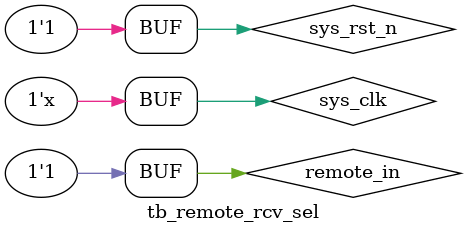
<source format=v>
`timescale 1ns / 1ps
module tb_remote_rcv_sel();
reg          sys_clk  ;
reg          sys_rst_n;
reg          remote_in;
wire         repeat_en;
wire         data_en  ;
wire [7:0]   data     ;
always#10 sys_clk <= !sys_clk;
initial begin
    sys_clk   = 0;
    sys_rst_n = 0;
    remote_in = 1;
    #100;
    sys_rst_n = 1;
    #5000;
    // remote_in = 0;#218680;
    // remote_in = 1;#218680;
    remote_in = 0;
    #9000000;
    remote_in = 1;
    #4500000;

    remote_in = 0;
    #560000;
    remote_in = 1;
    #560000;
    remote_in = 0;
    #560000;
    remote_in = 1;
    #560000;
    remote_in = 0;
    #560000;
    remote_in = 1;
    #560000;
    remote_in = 0;
    #560000;
    remote_in = 1;
    #560000;
    remote_in = 0;
    #560000;
    remote_in = 1;
    #560000;
    remote_in = 0;
    #560000;
    remote_in = 1;
    #560000;
    remote_in = 0;
    #560000;
    remote_in = 1;
    #560000;
    remote_in = 0;
    #560000;
    remote_in = 1;
    #560000;

    remote_in = 0;
    #560000;
    remote_in = 1;
    #1680000;
    remote_in = 0;
    #560000;
    remote_in = 1;
    #1680000;
    remote_in = 0;
    #560000;
    remote_in = 1;
    #1680000;
    remote_in = 0;
    #560000;
    remote_in = 1;
    #1680000;
    remote_in = 0;
    #560000;
    remote_in = 1;
    #1680000;
    remote_in = 0;
    #560000;
    remote_in = 1;
    #1680000;
    remote_in = 0;
    #560000;
    remote_in = 1;
    #1680000;
    remote_in = 0;
    #560000;
    remote_in = 1;
    #1680000;

    remote_in = 0;
    #560000;
    remote_in = 1;
    #1680000;
    remote_in = 0;
    #560000;
    remote_in = 1;
    #1680000;
    remote_in = 0;
    #560000;
    remote_in = 1;
    #1680000;
    remote_in = 0;
    #560000;
    remote_in = 1;
    #1680000;
    remote_in = 0;
    #560000;
    remote_in = 1;
    #560000;
    remote_in = 0;
    #560000;
    remote_in = 1;
    #560000;
    remote_in = 0;
    #560000;
    remote_in = 1;
    #560000;
    remote_in = 0;
    #560000;
    remote_in = 1;
    #560000;
    remote_in = 0;

    #560000;
    remote_in = 1;
    #560000;
    remote_in = 0;
    #560000;
    remote_in = 1;
    #560000;
    remote_in = 0;
    #560000;
    remote_in = 1;
    #560000;
    remote_in = 0;
    #560000;
    remote_in = 1;
    #560000;
    remote_in = 0;
    #560000;
    remote_in = 1;
    #1680000;
    remote_in = 0;
    #560000;
    remote_in = 1;
    #1680000;
    remote_in = 0;
    #560000;
    remote_in = 1;
    #1680000;
    remote_in = 0;
    #560000;
    remote_in = 1;
    #1680000;
    remote_in = 0;
    #560000;
    remote_in = 1;
end
remote_rcv uu(
    .sys_clk    (sys_clk  ),  //input                  sys_clk   ,  //系统时钟
    .sys_rst_n  (sys_rst_n),  //input                  sys_rst_n ,  //系统复位信号，低电平有效
    .remote_in  (remote_in),  //input                  remote_in ,  //红外接收信号
    .repeat_en  (repeat_en),  //output    reg          repeat_en ,  //重复码有效信号
    .data_en    (data_en  ),  //output    reg          data_en   ,  //数据有效信号
    .data       (data     )   //output    reg  [7:0]   data         //红外控制码
);

endmodule

</source>
